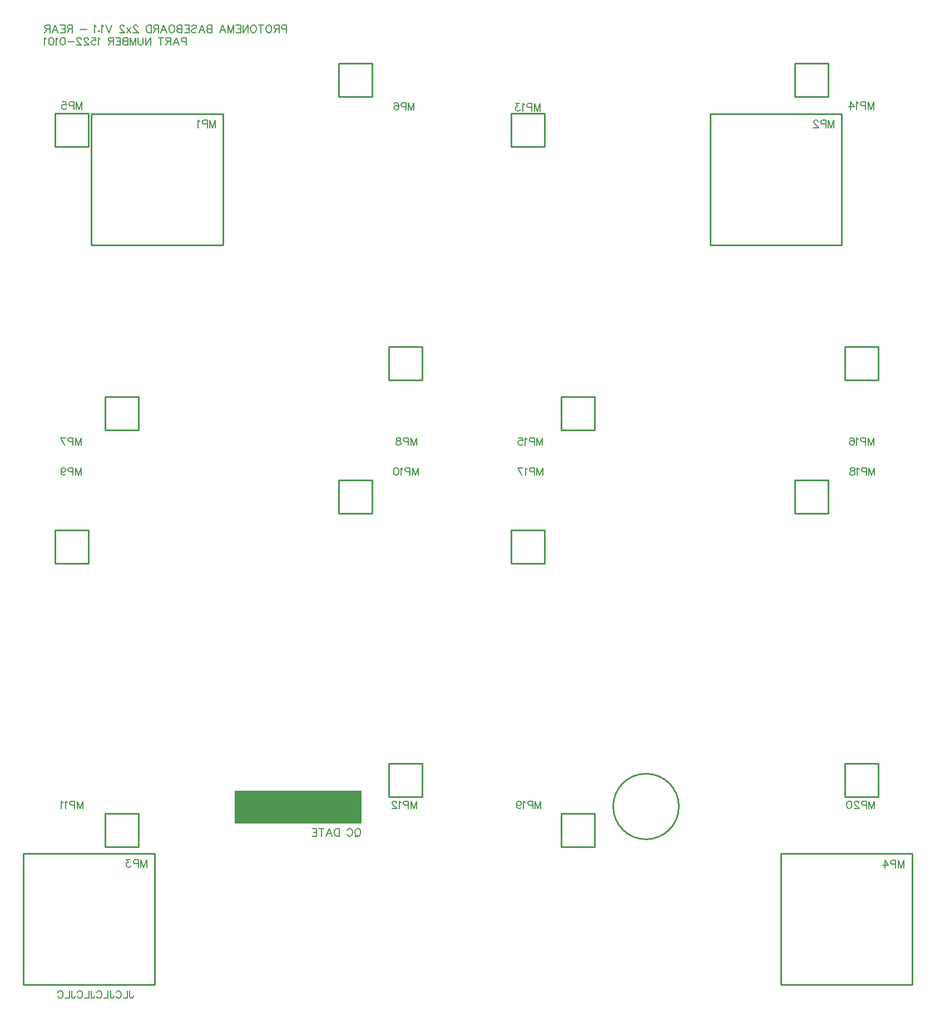
<source format=gbo>
G04 Layer: BottomSilkscreenLayer*
G04 EasyEDA v6.5.22, 2023-04-02 16:23:41*
G04 0d5d065aeb9341cc8506dd620d600087,5a6b42c53f6a479593ecc07194224c93,10*
G04 Gerber Generator version 0.2*
G04 Scale: 100 percent, Rotated: No, Reflected: No *
G04 Dimensions in millimeters *
G04 leading zeros omitted , absolute positions ,4 integer and 5 decimal *
%FSLAX45Y45*%
%MOMM*%

%ADD10C,0.2032*%
%ADD11C,0.1524*%
%ADD12C,0.1520*%
%ADD13C,0.2540*%

%LPD*%
D10*
X8102600Y8782489D02*
G01*
X8102600Y8667945D01*
X8102600Y8782489D02*
G01*
X8058962Y8667945D01*
X8015328Y8782489D02*
G01*
X8058962Y8667945D01*
X8015328Y8782489D02*
G01*
X8015328Y8667945D01*
X7979328Y8782489D02*
G01*
X7979328Y8667945D01*
X7979328Y8782489D02*
G01*
X7930235Y8782489D01*
X7913872Y8777036D01*
X7908419Y8771582D01*
X7902963Y8760673D01*
X7902963Y8744308D01*
X7908419Y8733399D01*
X7913872Y8727945D01*
X7930235Y8722489D01*
X7979328Y8722489D01*
X7790600Y8782489D02*
G01*
X7845145Y8667945D01*
X7866964Y8782489D02*
G01*
X7790600Y8782489D01*
X13208000Y8782489D02*
G01*
X13208000Y8667945D01*
X13208000Y8782489D02*
G01*
X13164362Y8667945D01*
X13120728Y8782489D02*
G01*
X13164362Y8667945D01*
X13120728Y8782489D02*
G01*
X13120728Y8667945D01*
X13084728Y8782489D02*
G01*
X13084728Y8667945D01*
X13084728Y8782489D02*
G01*
X13035635Y8782489D01*
X13019272Y8777036D01*
X13013819Y8771582D01*
X13008363Y8760673D01*
X13008363Y8744308D01*
X13013819Y8733399D01*
X13019272Y8727945D01*
X13035635Y8722489D01*
X13084728Y8722489D01*
X12945092Y8782489D02*
G01*
X12961454Y8777036D01*
X12966910Y8766126D01*
X12966910Y8755217D01*
X12961454Y8744308D01*
X12950545Y8738854D01*
X12928727Y8733399D01*
X12912364Y8727945D01*
X12901455Y8717036D01*
X12896000Y8706126D01*
X12896000Y8689764D01*
X12901455Y8678854D01*
X12906910Y8673399D01*
X12923273Y8667945D01*
X12945092Y8667945D01*
X12961454Y8673399D01*
X12966910Y8678854D01*
X12972364Y8689764D01*
X12972364Y8706126D01*
X12966910Y8717036D01*
X12956000Y8727945D01*
X12939636Y8733399D01*
X12917817Y8738854D01*
X12906910Y8744308D01*
X12901455Y8755217D01*
X12901455Y8766126D01*
X12906910Y8777036D01*
X12923273Y8782489D01*
X12945092Y8782489D01*
X8102600Y8325289D02*
G01*
X8102600Y8210745D01*
X8102600Y8325289D02*
G01*
X8058962Y8210745D01*
X8015328Y8325289D02*
G01*
X8058962Y8210745D01*
X8015328Y8325289D02*
G01*
X8015328Y8210745D01*
X7979328Y8325289D02*
G01*
X7979328Y8210745D01*
X7979328Y8325289D02*
G01*
X7930235Y8325289D01*
X7913872Y8319836D01*
X7908419Y8314382D01*
X7902963Y8303473D01*
X7902963Y8287108D01*
X7908419Y8276198D01*
X7913872Y8270745D01*
X7930235Y8265289D01*
X7979328Y8265289D01*
X7796055Y8287108D02*
G01*
X7801510Y8270745D01*
X7812417Y8259836D01*
X7828782Y8254382D01*
X7834236Y8254382D01*
X7850601Y8259836D01*
X7861510Y8270745D01*
X7866964Y8287108D01*
X7866964Y8292564D01*
X7861510Y8308926D01*
X7850601Y8319836D01*
X7834236Y8325289D01*
X7828782Y8325289D01*
X7812417Y8319836D01*
X7801510Y8308926D01*
X7796055Y8287108D01*
X7796055Y8259836D01*
X7801510Y8232564D01*
X7812417Y8216198D01*
X7828782Y8210745D01*
X7839692Y8210745D01*
X7856054Y8216198D01*
X7861510Y8227108D01*
X13233400Y8325289D02*
G01*
X13233400Y8210745D01*
X13233400Y8325289D02*
G01*
X13189762Y8210745D01*
X13146128Y8325289D02*
G01*
X13189762Y8210745D01*
X13146128Y8325289D02*
G01*
X13146128Y8210745D01*
X13110128Y8325289D02*
G01*
X13110128Y8210745D01*
X13110128Y8325289D02*
G01*
X13061035Y8325289D01*
X13044672Y8319836D01*
X13039219Y8314382D01*
X13033763Y8303473D01*
X13033763Y8287108D01*
X13039219Y8276199D01*
X13044672Y8270745D01*
X13061035Y8265289D01*
X13110128Y8265289D01*
X12997764Y8303473D02*
G01*
X12986854Y8308926D01*
X12970492Y8325289D01*
X12970492Y8210745D01*
X12901764Y8325289D02*
G01*
X12918127Y8319836D01*
X12929036Y8303473D01*
X12934490Y8276199D01*
X12934490Y8259836D01*
X12929036Y8232564D01*
X12918127Y8216199D01*
X12901764Y8210745D01*
X12890855Y8210745D01*
X12874490Y8216199D01*
X12863583Y8232564D01*
X12858127Y8259836D01*
X12858127Y8276199D01*
X12863583Y8303473D01*
X12874490Y8319836D01*
X12890855Y8325289D01*
X12901764Y8325289D01*
X8128000Y3245289D02*
G01*
X8128000Y3130745D01*
X8128000Y3245289D02*
G01*
X8084362Y3130745D01*
X8040728Y3245289D02*
G01*
X8084362Y3130745D01*
X8040728Y3245289D02*
G01*
X8040728Y3130745D01*
X8004728Y3245289D02*
G01*
X8004728Y3130745D01*
X8004728Y3245289D02*
G01*
X7955635Y3245289D01*
X7939272Y3239836D01*
X7933819Y3234382D01*
X7928363Y3223473D01*
X7928363Y3207108D01*
X7933819Y3196198D01*
X7939272Y3190745D01*
X7955635Y3185289D01*
X8004728Y3185289D01*
X7892364Y3223473D02*
G01*
X7881454Y3228926D01*
X7865092Y3245289D01*
X7865092Y3130745D01*
X7829090Y3223473D02*
G01*
X7818183Y3228926D01*
X7801818Y3245289D01*
X7801818Y3130745D01*
X15125700Y8782489D02*
G01*
X15125700Y8667945D01*
X15125700Y8782489D02*
G01*
X15082062Y8667945D01*
X15038428Y8782489D02*
G01*
X15082062Y8667945D01*
X15038428Y8782489D02*
G01*
X15038428Y8667945D01*
X15002428Y8782489D02*
G01*
X15002428Y8667945D01*
X15002428Y8782489D02*
G01*
X14953335Y8782489D01*
X14936972Y8777036D01*
X14931519Y8771582D01*
X14926063Y8760673D01*
X14926063Y8744308D01*
X14931519Y8733399D01*
X14936972Y8727945D01*
X14953335Y8722489D01*
X15002428Y8722489D01*
X14890064Y8760673D02*
G01*
X14879154Y8766126D01*
X14862792Y8782489D01*
X14862792Y8667945D01*
X14761336Y8782489D02*
G01*
X14815883Y8782489D01*
X14821336Y8733399D01*
X14815883Y8738854D01*
X14799518Y8744308D01*
X14783155Y8744308D01*
X14766790Y8738854D01*
X14755883Y8727945D01*
X14750427Y8711582D01*
X14750427Y8700673D01*
X14755883Y8684308D01*
X14766790Y8673399D01*
X14783155Y8667945D01*
X14799518Y8667945D01*
X14815883Y8673399D01*
X14821336Y8678854D01*
X14826790Y8689764D01*
X20167600Y8782489D02*
G01*
X20167600Y8667945D01*
X20167600Y8782489D02*
G01*
X20123962Y8667945D01*
X20080328Y8782489D02*
G01*
X20123962Y8667945D01*
X20080328Y8782489D02*
G01*
X20080328Y8667945D01*
X20044328Y8782489D02*
G01*
X20044328Y8667945D01*
X20044328Y8782489D02*
G01*
X19995235Y8782489D01*
X19978872Y8777036D01*
X19973419Y8771582D01*
X19967963Y8760673D01*
X19967963Y8744308D01*
X19973419Y8733398D01*
X19978872Y8727945D01*
X19995235Y8722489D01*
X20044328Y8722489D01*
X19931964Y8760673D02*
G01*
X19921054Y8766126D01*
X19904692Y8782489D01*
X19904692Y8667945D01*
X19803236Y8766126D02*
G01*
X19808690Y8777036D01*
X19825055Y8782489D01*
X19835964Y8782489D01*
X19852327Y8777036D01*
X19863236Y8760673D01*
X19868690Y8733398D01*
X19868690Y8706126D01*
X19863236Y8684308D01*
X19852327Y8673398D01*
X19835964Y8667945D01*
X19830508Y8667945D01*
X19814146Y8673398D01*
X19803236Y8684308D01*
X19797783Y8700673D01*
X19797783Y8706126D01*
X19803236Y8722489D01*
X19814146Y8733398D01*
X19830508Y8738854D01*
X19835964Y8738854D01*
X19852327Y8733398D01*
X19863236Y8722489D01*
X19868690Y8706126D01*
X15126995Y8325289D02*
G01*
X15126995Y8210745D01*
X15126995Y8325289D02*
G01*
X15083358Y8210745D01*
X15039723Y8325289D02*
G01*
X15083358Y8210745D01*
X15039723Y8325289D02*
G01*
X15039723Y8210745D01*
X15003724Y8325289D02*
G01*
X15003724Y8210745D01*
X15003724Y8325289D02*
G01*
X14954631Y8325289D01*
X14938268Y8319836D01*
X14932814Y8314382D01*
X14927359Y8303473D01*
X14927359Y8287108D01*
X14932814Y8276199D01*
X14938268Y8270745D01*
X14954631Y8265289D01*
X15003724Y8265289D01*
X14891359Y8303473D02*
G01*
X14880450Y8308926D01*
X14864087Y8325289D01*
X14864087Y8210745D01*
X14751723Y8325289D02*
G01*
X14806269Y8210745D01*
X14828085Y8325289D02*
G01*
X14751723Y8325289D01*
X20180300Y8325289D02*
G01*
X20180300Y8210745D01*
X20180300Y8325289D02*
G01*
X20136662Y8210745D01*
X20093028Y8325289D02*
G01*
X20136662Y8210745D01*
X20093028Y8325289D02*
G01*
X20093028Y8210745D01*
X20057028Y8325289D02*
G01*
X20057028Y8210745D01*
X20057028Y8325289D02*
G01*
X20007935Y8325289D01*
X19991572Y8319836D01*
X19986119Y8314382D01*
X19980663Y8303473D01*
X19980663Y8287108D01*
X19986119Y8276198D01*
X19991572Y8270745D01*
X20007935Y8265289D01*
X20057028Y8265289D01*
X19944664Y8303473D02*
G01*
X19933754Y8308926D01*
X19917392Y8325289D01*
X19917392Y8210745D01*
X19854118Y8325289D02*
G01*
X19870483Y8319836D01*
X19875936Y8308926D01*
X19875936Y8298017D01*
X19870483Y8287108D01*
X19859574Y8281654D01*
X19837755Y8276198D01*
X19821390Y8270745D01*
X19810483Y8259836D01*
X19805027Y8248926D01*
X19805027Y8232564D01*
X19810483Y8221654D01*
X19815936Y8216198D01*
X19832299Y8210745D01*
X19854118Y8210745D01*
X19870483Y8216198D01*
X19875936Y8221654D01*
X19881390Y8232564D01*
X19881390Y8248926D01*
X19875936Y8259836D01*
X19865027Y8270745D01*
X19848664Y8276198D01*
X19826846Y8281654D01*
X19815936Y8287108D01*
X19810483Y8298017D01*
X19810483Y8308926D01*
X19815936Y8319836D01*
X19832299Y8325289D01*
X19854118Y8325289D01*
X15100300Y3245289D02*
G01*
X15100300Y3130745D01*
X15100300Y3245289D02*
G01*
X15056662Y3130745D01*
X15013028Y3245289D02*
G01*
X15056662Y3130745D01*
X15013028Y3245289D02*
G01*
X15013028Y3130745D01*
X14977028Y3245289D02*
G01*
X14977028Y3130745D01*
X14977028Y3245289D02*
G01*
X14927935Y3245289D01*
X14911572Y3239836D01*
X14906119Y3234382D01*
X14900663Y3223473D01*
X14900663Y3207108D01*
X14906119Y3196198D01*
X14911572Y3190745D01*
X14927935Y3185289D01*
X14977028Y3185289D01*
X14864664Y3223473D02*
G01*
X14853754Y3228926D01*
X14837392Y3245289D01*
X14837392Y3130745D01*
X14730483Y3207108D02*
G01*
X14735936Y3190745D01*
X14746846Y3179836D01*
X14763208Y3174382D01*
X14768664Y3174382D01*
X14785027Y3179836D01*
X14795936Y3190745D01*
X14801390Y3207108D01*
X14801390Y3212564D01*
X14795936Y3228926D01*
X14785027Y3239836D01*
X14768664Y3245289D01*
X14763208Y3245289D01*
X14746846Y3239836D01*
X14735936Y3228926D01*
X14730483Y3207108D01*
X14730483Y3179836D01*
X14735936Y3152564D01*
X14746846Y3136198D01*
X14763208Y3130745D01*
X14774118Y3130745D01*
X14790483Y3136198D01*
X14795936Y3147108D01*
X20180300Y3245289D02*
G01*
X20180300Y3130745D01*
X20180300Y3245289D02*
G01*
X20136662Y3130745D01*
X20093028Y3245289D02*
G01*
X20136662Y3130745D01*
X20093028Y3245289D02*
G01*
X20093028Y3130745D01*
X20057028Y3245289D02*
G01*
X20057028Y3130745D01*
X20057028Y3245289D02*
G01*
X20007935Y3245289D01*
X19991572Y3239836D01*
X19986119Y3234382D01*
X19980663Y3223473D01*
X19980663Y3207108D01*
X19986119Y3196199D01*
X19991572Y3190745D01*
X20007935Y3185289D01*
X20057028Y3185289D01*
X19939210Y3218017D02*
G01*
X19939210Y3223473D01*
X19933754Y3234382D01*
X19928300Y3239836D01*
X19917392Y3245289D01*
X19895573Y3245289D01*
X19884664Y3239836D01*
X19879210Y3234382D01*
X19873755Y3223473D01*
X19873755Y3212564D01*
X19879210Y3201654D01*
X19890117Y3185289D01*
X19944664Y3130745D01*
X19868300Y3130745D01*
X19799574Y3245289D02*
G01*
X19815936Y3239836D01*
X19826846Y3223473D01*
X19832300Y3196199D01*
X19832300Y3179836D01*
X19826846Y3152564D01*
X19815936Y3136199D01*
X19799574Y3130745D01*
X19788665Y3130745D01*
X19772299Y3136199D01*
X19761390Y3152564D01*
X19755937Y3179836D01*
X19755937Y3196199D01*
X19761390Y3223473D01*
X19772299Y3239836D01*
X19788665Y3245289D01*
X19799574Y3245289D01*
X13208000Y3245289D02*
G01*
X13208000Y3130745D01*
X13208000Y3245289D02*
G01*
X13164362Y3130745D01*
X13120728Y3245289D02*
G01*
X13164362Y3130745D01*
X13120728Y3245289D02*
G01*
X13120728Y3130745D01*
X13084728Y3245289D02*
G01*
X13084728Y3130745D01*
X13084728Y3245289D02*
G01*
X13035635Y3245289D01*
X13019272Y3239836D01*
X13013819Y3234382D01*
X13008363Y3223473D01*
X13008363Y3207108D01*
X13013819Y3196199D01*
X13019272Y3190745D01*
X13035635Y3185289D01*
X13084728Y3185289D01*
X12972364Y3223473D02*
G01*
X12961454Y3228926D01*
X12945092Y3245289D01*
X12945092Y3130745D01*
X12903636Y3218017D02*
G01*
X12903636Y3223473D01*
X12898183Y3234382D01*
X12892727Y3239836D01*
X12881818Y3245289D01*
X12860000Y3245289D01*
X12849090Y3239836D01*
X12843636Y3234382D01*
X12838183Y3223473D01*
X12838183Y3212564D01*
X12843636Y3201654D01*
X12854546Y3185289D01*
X12909090Y3130745D01*
X12832727Y3130745D01*
D11*
X12324372Y2826189D02*
G01*
X12335281Y2820736D01*
X12346190Y2809826D01*
X12351646Y2798917D01*
X12357100Y2782554D01*
X12357100Y2755282D01*
X12351646Y2738917D01*
X12346190Y2728008D01*
X12335281Y2717098D01*
X12324372Y2711645D01*
X12302553Y2711645D01*
X12291646Y2717098D01*
X12280737Y2728008D01*
X12275281Y2738917D01*
X12269828Y2755282D01*
X12269828Y2782554D01*
X12275281Y2798917D01*
X12280737Y2809826D01*
X12291646Y2820736D01*
X12302553Y2826189D01*
X12324372Y2826189D01*
X12308009Y2733464D02*
G01*
X12275281Y2700736D01*
X12152010Y2798917D02*
G01*
X12157463Y2809826D01*
X12168372Y2820736D01*
X12179282Y2826189D01*
X12201100Y2826189D01*
X12212010Y2820736D01*
X12222919Y2809826D01*
X12228372Y2798917D01*
X12233828Y2782554D01*
X12233828Y2755282D01*
X12228372Y2738917D01*
X12222919Y2728008D01*
X12212010Y2717098D01*
X12201100Y2711645D01*
X12179282Y2711645D01*
X12168372Y2717098D01*
X12157463Y2728008D01*
X12152010Y2738917D01*
X12032010Y2826189D02*
G01*
X12032010Y2711645D01*
X12032010Y2826189D02*
G01*
X11993829Y2826189D01*
X11977463Y2820736D01*
X11966554Y2809826D01*
X11961101Y2798917D01*
X11955645Y2782554D01*
X11955645Y2755282D01*
X11961101Y2738917D01*
X11966554Y2728008D01*
X11977463Y2717098D01*
X11993829Y2711645D01*
X12032010Y2711645D01*
X11876011Y2826189D02*
G01*
X11919645Y2711645D01*
X11876011Y2826189D02*
G01*
X11832374Y2711645D01*
X11903283Y2749826D02*
G01*
X11848736Y2749826D01*
X11758190Y2826189D02*
G01*
X11758190Y2711645D01*
X11796374Y2826189D02*
G01*
X11720009Y2826189D01*
X11684010Y2826189D02*
G01*
X11684010Y2711645D01*
X11684010Y2826189D02*
G01*
X11613100Y2826189D01*
X11684010Y2771645D02*
G01*
X11640372Y2771645D01*
X11684010Y2711645D02*
G01*
X11613100Y2711645D01*
D10*
X9098102Y2351184D02*
G01*
X9098102Y2236640D01*
X9098102Y2351184D02*
G01*
X9054465Y2236640D01*
X9010830Y2351184D02*
G01*
X9054465Y2236640D01*
X9010830Y2351184D02*
G01*
X9010830Y2236640D01*
X8974830Y2351184D02*
G01*
X8974830Y2236640D01*
X8974830Y2351184D02*
G01*
X8925737Y2351184D01*
X8909375Y2345730D01*
X8903921Y2340277D01*
X8898465Y2329367D01*
X8898465Y2313002D01*
X8903921Y2302093D01*
X8909375Y2296640D01*
X8925737Y2291184D01*
X8974830Y2291184D01*
X8851557Y2351184D02*
G01*
X8791557Y2351184D01*
X8824285Y2307549D01*
X8807919Y2307549D01*
X8797013Y2302093D01*
X8791557Y2296640D01*
X8786103Y2280277D01*
X8786103Y2269368D01*
X8791557Y2253002D01*
X8802466Y2242093D01*
X8818829Y2236640D01*
X8835194Y2236640D01*
X8851557Y2242093D01*
X8857013Y2247549D01*
X8862466Y2258458D01*
X20624800Y2343589D02*
G01*
X20624800Y2229045D01*
X20624800Y2343589D02*
G01*
X20581162Y2229045D01*
X20537528Y2343589D02*
G01*
X20581162Y2229045D01*
X20537528Y2343589D02*
G01*
X20537528Y2229045D01*
X20501528Y2343589D02*
G01*
X20501528Y2229045D01*
X20501528Y2343589D02*
G01*
X20452435Y2343589D01*
X20436072Y2338136D01*
X20430619Y2332682D01*
X20425163Y2321773D01*
X20425163Y2305408D01*
X20430619Y2294498D01*
X20436072Y2289045D01*
X20452435Y2283589D01*
X20501528Y2283589D01*
X20334617Y2343589D02*
G01*
X20389164Y2267226D01*
X20307345Y2267226D01*
X20334617Y2343589D02*
G01*
X20334617Y2229045D01*
X20167600Y13900589D02*
G01*
X20167600Y13786045D01*
X20167600Y13900589D02*
G01*
X20123962Y13786045D01*
X20080328Y13900589D02*
G01*
X20123962Y13786045D01*
X20080328Y13900589D02*
G01*
X20080328Y13786045D01*
X20044328Y13900589D02*
G01*
X20044328Y13786045D01*
X20044328Y13900589D02*
G01*
X19995235Y13900589D01*
X19978872Y13895136D01*
X19973419Y13889682D01*
X19967963Y13878773D01*
X19967963Y13862408D01*
X19973419Y13851498D01*
X19978872Y13846045D01*
X19995235Y13840589D01*
X20044328Y13840589D01*
X19931964Y13878773D02*
G01*
X19921054Y13884226D01*
X19904692Y13900589D01*
X19904692Y13786045D01*
X19814146Y13900589D02*
G01*
X19868690Y13824226D01*
X19786874Y13824226D01*
X19814146Y13900589D02*
G01*
X19814146Y13786045D01*
X15087600Y13875189D02*
G01*
X15087600Y13760645D01*
X15087600Y13875189D02*
G01*
X15043962Y13760645D01*
X15000328Y13875189D02*
G01*
X15043962Y13760645D01*
X15000328Y13875189D02*
G01*
X15000328Y13760645D01*
X14964328Y13875189D02*
G01*
X14964328Y13760645D01*
X14964328Y13875189D02*
G01*
X14915235Y13875189D01*
X14898872Y13869736D01*
X14893419Y13864282D01*
X14887963Y13853373D01*
X14887963Y13837008D01*
X14893419Y13826098D01*
X14898872Y13820645D01*
X14915235Y13815189D01*
X14964328Y13815189D01*
X14851964Y13853373D02*
G01*
X14841054Y13858826D01*
X14824692Y13875189D01*
X14824692Y13760645D01*
X14777783Y13875189D02*
G01*
X14717783Y13875189D01*
X14750508Y13831554D01*
X14734146Y13831554D01*
X14723236Y13826098D01*
X14717783Y13820645D01*
X14712327Y13804282D01*
X14712327Y13793373D01*
X14717783Y13777008D01*
X14728690Y13766098D01*
X14745055Y13760645D01*
X14761418Y13760645D01*
X14777783Y13766098D01*
X14783236Y13771554D01*
X14788690Y13782464D01*
X13169900Y13887889D02*
G01*
X13169900Y13773345D01*
X13169900Y13887889D02*
G01*
X13126262Y13773345D01*
X13082628Y13887889D02*
G01*
X13126262Y13773345D01*
X13082628Y13887889D02*
G01*
X13082628Y13773345D01*
X13046628Y13887889D02*
G01*
X13046628Y13773345D01*
X13046628Y13887889D02*
G01*
X12997535Y13887889D01*
X12981172Y13882436D01*
X12975719Y13876982D01*
X12970263Y13866073D01*
X12970263Y13849708D01*
X12975719Y13838798D01*
X12981172Y13833345D01*
X12997535Y13827889D01*
X13046628Y13827889D01*
X12868810Y13871526D02*
G01*
X12874264Y13882436D01*
X12890627Y13887889D01*
X12901536Y13887889D01*
X12917901Y13882436D01*
X12928810Y13866073D01*
X12934264Y13838798D01*
X12934264Y13811526D01*
X12928810Y13789708D01*
X12917901Y13778798D01*
X12901536Y13773345D01*
X12896082Y13773345D01*
X12879717Y13778798D01*
X12868810Y13789708D01*
X12863355Y13806073D01*
X12863355Y13811526D01*
X12868810Y13827889D01*
X12879717Y13838798D01*
X12896082Y13844254D01*
X12901536Y13844254D01*
X12917901Y13838798D01*
X12928810Y13827889D01*
X12934264Y13811526D01*
X8115300Y13900589D02*
G01*
X8115300Y13786045D01*
X8115300Y13900589D02*
G01*
X8071662Y13786045D01*
X8028028Y13900589D02*
G01*
X8071662Y13786045D01*
X8028028Y13900589D02*
G01*
X8028028Y13786045D01*
X7992028Y13900589D02*
G01*
X7992028Y13786045D01*
X7992028Y13900589D02*
G01*
X7942935Y13900589D01*
X7926572Y13895136D01*
X7921119Y13889682D01*
X7915663Y13878773D01*
X7915663Y13862408D01*
X7921119Y13851498D01*
X7926572Y13846045D01*
X7942935Y13840589D01*
X7992028Y13840589D01*
X7814210Y13900589D02*
G01*
X7868754Y13900589D01*
X7874210Y13851498D01*
X7868754Y13856954D01*
X7852392Y13862408D01*
X7836027Y13862408D01*
X7819664Y13856954D01*
X7808755Y13846045D01*
X7803301Y13829682D01*
X7803301Y13818773D01*
X7808755Y13802408D01*
X7819664Y13791498D01*
X7836027Y13786045D01*
X7852392Y13786045D01*
X7868754Y13791498D01*
X7874210Y13796954D01*
X7879664Y13807864D01*
X9702800Y14878489D02*
G01*
X9702800Y14763945D01*
X9702800Y14878489D02*
G01*
X9653709Y14878489D01*
X9637346Y14873036D01*
X9631890Y14867582D01*
X9626437Y14856673D01*
X9626437Y14840308D01*
X9631890Y14829399D01*
X9637346Y14823945D01*
X9653709Y14818489D01*
X9702800Y14818489D01*
X9546800Y14878489D02*
G01*
X9590435Y14763945D01*
X9546800Y14878489D02*
G01*
X9503163Y14763945D01*
X9574072Y14802126D02*
G01*
X9519528Y14802126D01*
X9467164Y14878489D02*
G01*
X9467164Y14763945D01*
X9467164Y14878489D02*
G01*
X9418073Y14878489D01*
X9401710Y14873036D01*
X9396255Y14867582D01*
X9390800Y14856673D01*
X9390800Y14845764D01*
X9396255Y14834854D01*
X9401710Y14829399D01*
X9418073Y14823945D01*
X9467164Y14823945D01*
X9428982Y14823945D02*
G01*
X9390800Y14763945D01*
X9316618Y14878489D02*
G01*
X9316618Y14763945D01*
X9354800Y14878489D02*
G01*
X9278437Y14878489D01*
X9158437Y14878489D02*
G01*
X9158437Y14763945D01*
X9158437Y14878489D02*
G01*
X9082074Y14763945D01*
X9082074Y14878489D02*
G01*
X9082074Y14763945D01*
X9046072Y14878489D02*
G01*
X9046072Y14796673D01*
X9040619Y14780308D01*
X9029710Y14769399D01*
X9013347Y14763945D01*
X9002438Y14763945D01*
X8986072Y14769399D01*
X8975166Y14780308D01*
X8969710Y14796673D01*
X8969710Y14878489D01*
X8933710Y14878489D02*
G01*
X8933710Y14763945D01*
X8933710Y14878489D02*
G01*
X8890073Y14763945D01*
X8846438Y14878489D02*
G01*
X8890073Y14763945D01*
X8846438Y14878489D02*
G01*
X8846438Y14763945D01*
X8810437Y14878489D02*
G01*
X8810437Y14763945D01*
X8810437Y14878489D02*
G01*
X8761346Y14878489D01*
X8744983Y14873036D01*
X8739530Y14867582D01*
X8734074Y14856673D01*
X8734074Y14845764D01*
X8739530Y14834854D01*
X8744983Y14829399D01*
X8761346Y14823945D01*
X8810437Y14823945D02*
G01*
X8761346Y14823945D01*
X8744983Y14818489D01*
X8739530Y14813036D01*
X8734074Y14802126D01*
X8734074Y14785764D01*
X8739530Y14774854D01*
X8744983Y14769399D01*
X8761346Y14763945D01*
X8810437Y14763945D01*
X8698075Y14878489D02*
G01*
X8698075Y14763945D01*
X8698075Y14878489D02*
G01*
X8627165Y14878489D01*
X8698075Y14823945D02*
G01*
X8654437Y14823945D01*
X8698075Y14763945D02*
G01*
X8627165Y14763945D01*
X8591166Y14878489D02*
G01*
X8591166Y14763945D01*
X8591166Y14878489D02*
G01*
X8542075Y14878489D01*
X8525710Y14873036D01*
X8520257Y14867582D01*
X8514801Y14856673D01*
X8514801Y14845764D01*
X8520257Y14834854D01*
X8525710Y14829399D01*
X8542075Y14823945D01*
X8591166Y14823945D01*
X8552985Y14823945D02*
G01*
X8514801Y14763945D01*
X8394801Y14856673D02*
G01*
X8383892Y14862126D01*
X8367529Y14878489D01*
X8367529Y14763945D01*
X8266074Y14878489D02*
G01*
X8320620Y14878489D01*
X8326074Y14829399D01*
X8320620Y14834854D01*
X8304258Y14840308D01*
X8287893Y14840308D01*
X8271530Y14834854D01*
X8260621Y14823945D01*
X8255167Y14807582D01*
X8255167Y14796673D01*
X8260621Y14780308D01*
X8271530Y14769399D01*
X8287893Y14763945D01*
X8304258Y14763945D01*
X8320620Y14769399D01*
X8326074Y14774854D01*
X8331530Y14785764D01*
X8213712Y14851217D02*
G01*
X8213712Y14856673D01*
X8208256Y14867582D01*
X8202802Y14873036D01*
X8191893Y14878489D01*
X8170075Y14878489D01*
X8159165Y14873036D01*
X8153712Y14867582D01*
X8148256Y14856673D01*
X8148256Y14845764D01*
X8153712Y14834854D01*
X8164621Y14818489D01*
X8219165Y14763945D01*
X8142803Y14763945D01*
X8101347Y14851217D02*
G01*
X8101347Y14856673D01*
X8095894Y14867582D01*
X8090438Y14873036D01*
X8079531Y14878489D01*
X8057713Y14878489D01*
X8046803Y14873036D01*
X8041347Y14867582D01*
X8035894Y14856673D01*
X8035894Y14845764D01*
X8041347Y14834854D01*
X8052257Y14818489D01*
X8106803Y14763945D01*
X8030438Y14763945D01*
X7994439Y14813036D02*
G01*
X7896258Y14813036D01*
X7827530Y14878489D02*
G01*
X7843893Y14873036D01*
X7854802Y14856673D01*
X7860258Y14829399D01*
X7860258Y14813036D01*
X7854802Y14785764D01*
X7843893Y14769399D01*
X7827530Y14763945D01*
X7816621Y14763945D01*
X7800258Y14769399D01*
X7789349Y14785764D01*
X7783893Y14813036D01*
X7783893Y14829399D01*
X7789349Y14856673D01*
X7800258Y14873036D01*
X7816621Y14878489D01*
X7827530Y14878489D01*
X7747894Y14856673D02*
G01*
X7736984Y14862126D01*
X7720622Y14878489D01*
X7720622Y14763945D01*
X7651894Y14878489D02*
G01*
X7668257Y14873036D01*
X7679166Y14856673D01*
X7684622Y14829399D01*
X7684622Y14813036D01*
X7679166Y14785764D01*
X7668257Y14769399D01*
X7651894Y14763945D01*
X7640985Y14763945D01*
X7624622Y14769399D01*
X7613713Y14785764D01*
X7608257Y14813036D01*
X7608257Y14829399D01*
X7613713Y14856673D01*
X7624622Y14873036D01*
X7640985Y14878489D01*
X7651894Y14878489D01*
X7572258Y14856673D02*
G01*
X7561348Y14862126D01*
X7544986Y14878489D01*
X7544986Y14763945D01*
X11226800Y15068989D02*
G01*
X11226800Y14954445D01*
X11226800Y15068989D02*
G01*
X11177709Y15068989D01*
X11161346Y15063536D01*
X11155890Y15058082D01*
X11150437Y15047173D01*
X11150437Y15030808D01*
X11155890Y15019898D01*
X11161346Y15014445D01*
X11177709Y15008989D01*
X11226800Y15008989D01*
X11114435Y15068989D02*
G01*
X11114435Y14954445D01*
X11114435Y15068989D02*
G01*
X11065344Y15068989D01*
X11048982Y15063536D01*
X11043528Y15058082D01*
X11038072Y15047173D01*
X11038072Y15036264D01*
X11043528Y15025354D01*
X11048982Y15019898D01*
X11065344Y15014445D01*
X11114435Y15014445D01*
X11076254Y15014445D02*
G01*
X11038072Y14954445D01*
X10969345Y15068989D02*
G01*
X10980254Y15063536D01*
X10991164Y15052626D01*
X10996617Y15041717D01*
X11002073Y15025354D01*
X11002073Y14998082D01*
X10996617Y14981717D01*
X10991164Y14970808D01*
X10980254Y14959898D01*
X10969345Y14954445D01*
X10947527Y14954445D01*
X10936617Y14959898D01*
X10925710Y14970808D01*
X10920255Y14981717D01*
X10914801Y14998082D01*
X10914801Y15025354D01*
X10920255Y15041717D01*
X10925710Y15052626D01*
X10936617Y15063536D01*
X10947527Y15068989D01*
X10969345Y15068989D01*
X10840618Y15068989D02*
G01*
X10840618Y14954445D01*
X10878799Y15068989D02*
G01*
X10802437Y15068989D01*
X10733709Y15068989D02*
G01*
X10744619Y15063536D01*
X10755528Y15052626D01*
X10760981Y15041717D01*
X10766437Y15025354D01*
X10766437Y14998082D01*
X10760981Y14981717D01*
X10755528Y14970808D01*
X10744619Y14959898D01*
X10733709Y14954445D01*
X10711891Y14954445D01*
X10700981Y14959898D01*
X10690072Y14970808D01*
X10684619Y14981717D01*
X10679165Y14998082D01*
X10679165Y15025354D01*
X10684619Y15041717D01*
X10690072Y15052626D01*
X10700981Y15063536D01*
X10711891Y15068989D01*
X10733709Y15068989D01*
X10643163Y15068989D02*
G01*
X10643163Y14954445D01*
X10643163Y15068989D02*
G01*
X10566801Y14954445D01*
X10566801Y15068989D02*
G01*
X10566801Y14954445D01*
X10530801Y15068989D02*
G01*
X10530801Y14954445D01*
X10530801Y15068989D02*
G01*
X10459892Y15068989D01*
X10530801Y15014445D02*
G01*
X10487164Y15014445D01*
X10530801Y14954445D02*
G01*
X10459892Y14954445D01*
X10423893Y15068989D02*
G01*
X10423893Y14954445D01*
X10423893Y15068989D02*
G01*
X10380256Y14954445D01*
X10336618Y15068989D02*
G01*
X10380256Y14954445D01*
X10336618Y15068989D02*
G01*
X10336618Y14954445D01*
X10256984Y15068989D02*
G01*
X10300619Y14954445D01*
X10256984Y15068989D02*
G01*
X10213347Y14954445D01*
X10284256Y14992626D02*
G01*
X10229710Y14992626D01*
X10093347Y15068989D02*
G01*
X10093347Y14954445D01*
X10093347Y15068989D02*
G01*
X10044257Y15068989D01*
X10027892Y15063536D01*
X10022438Y15058082D01*
X10016985Y15047173D01*
X10016985Y15036264D01*
X10022438Y15025354D01*
X10027892Y15019898D01*
X10044257Y15014445D01*
X10093347Y15014445D02*
G01*
X10044257Y15014445D01*
X10027892Y15008989D01*
X10022438Y15003536D01*
X10016985Y14992626D01*
X10016985Y14976264D01*
X10022438Y14965354D01*
X10027892Y14959898D01*
X10044257Y14954445D01*
X10093347Y14954445D01*
X9937348Y15068989D02*
G01*
X9980983Y14954445D01*
X9937348Y15068989D02*
G01*
X9893711Y14954445D01*
X9964620Y14992626D02*
G01*
X9910074Y14992626D01*
X9781349Y15052626D02*
G01*
X9792256Y15063536D01*
X9808621Y15068989D01*
X9830440Y15068989D01*
X9846802Y15063536D01*
X9857712Y15052626D01*
X9857712Y15041717D01*
X9852256Y15030808D01*
X9846802Y15025354D01*
X9835893Y15019898D01*
X9803165Y15008989D01*
X9792256Y15003536D01*
X9786802Y14998082D01*
X9781349Y14987173D01*
X9781349Y14970808D01*
X9792256Y14959898D01*
X9808621Y14954445D01*
X9830440Y14954445D01*
X9846802Y14959898D01*
X9857712Y14970808D01*
X9745347Y15068989D02*
G01*
X9745347Y14954445D01*
X9745347Y15068989D02*
G01*
X9674438Y15068989D01*
X9745347Y15014445D02*
G01*
X9701712Y15014445D01*
X9745347Y14954445D02*
G01*
X9674438Y14954445D01*
X9638438Y15068989D02*
G01*
X9638438Y14954445D01*
X9638438Y15068989D02*
G01*
X9589348Y15068989D01*
X9572985Y15063536D01*
X9567529Y15058082D01*
X9562076Y15047173D01*
X9562076Y15036264D01*
X9567529Y15025354D01*
X9572985Y15019898D01*
X9589348Y15014445D01*
X9638438Y15014445D02*
G01*
X9589348Y15014445D01*
X9572985Y15008989D01*
X9567529Y15003536D01*
X9562076Y14992626D01*
X9562076Y14976264D01*
X9567529Y14965354D01*
X9572985Y14959898D01*
X9589348Y14954445D01*
X9638438Y14954445D01*
X9493349Y15068989D02*
G01*
X9504258Y15063536D01*
X9515167Y15052626D01*
X9520621Y15041717D01*
X9526076Y15025354D01*
X9526076Y14998082D01*
X9520621Y14981717D01*
X9515167Y14970808D01*
X9504258Y14959898D01*
X9493349Y14954445D01*
X9471530Y14954445D01*
X9460621Y14959898D01*
X9449711Y14970808D01*
X9444258Y14981717D01*
X9438802Y14998082D01*
X9438802Y15025354D01*
X9444258Y15041717D01*
X9449711Y15052626D01*
X9460621Y15063536D01*
X9471530Y15068989D01*
X9493349Y15068989D01*
X9359168Y15068989D02*
G01*
X9402803Y14954445D01*
X9359168Y15068989D02*
G01*
X9315531Y14954445D01*
X9386440Y14992626D02*
G01*
X9331893Y14992626D01*
X9279531Y15068989D02*
G01*
X9279531Y14954445D01*
X9279531Y15068989D02*
G01*
X9230441Y15068989D01*
X9214076Y15063536D01*
X9208622Y15058082D01*
X9203166Y15047173D01*
X9203166Y15036264D01*
X9208622Y15025354D01*
X9214076Y15019898D01*
X9230441Y15014445D01*
X9279531Y15014445D01*
X9241350Y15014445D02*
G01*
X9203166Y14954445D01*
X9167167Y15068989D02*
G01*
X9167167Y14954445D01*
X9167167Y15068989D02*
G01*
X9128986Y15068989D01*
X9112623Y15063536D01*
X9101714Y15052626D01*
X9096258Y15041717D01*
X9090804Y15025354D01*
X9090804Y14998082D01*
X9096258Y14981717D01*
X9101714Y14970808D01*
X9112623Y14959898D01*
X9128986Y14954445D01*
X9167167Y14954445D01*
X8965349Y15041717D02*
G01*
X8965349Y15047173D01*
X8959895Y15058082D01*
X8954439Y15063536D01*
X8943533Y15068989D01*
X8921714Y15068989D01*
X8910805Y15063536D01*
X8905349Y15058082D01*
X8899895Y15047173D01*
X8899895Y15036264D01*
X8905349Y15025354D01*
X8916258Y15008989D01*
X8970805Y14954445D01*
X8894439Y14954445D01*
X8858440Y15030808D02*
G01*
X8798440Y14954445D01*
X8798440Y15030808D02*
G01*
X8858440Y14954445D01*
X8756987Y15041717D02*
G01*
X8756987Y15047173D01*
X8751531Y15058082D01*
X8746078Y15063536D01*
X8735169Y15068989D01*
X8713350Y15068989D01*
X8702441Y15063536D01*
X8696987Y15058082D01*
X8691532Y15047173D01*
X8691532Y15036264D01*
X8696987Y15025354D01*
X8707894Y15008989D01*
X8762441Y14954445D01*
X8686078Y14954445D01*
X8566078Y15068989D02*
G01*
X8522441Y14954445D01*
X8478804Y15068989D02*
G01*
X8522441Y14954445D01*
X8442805Y15047173D02*
G01*
X8431895Y15052626D01*
X8415533Y15068989D01*
X8415533Y14954445D01*
X8374077Y14981717D02*
G01*
X8379533Y14976264D01*
X8374077Y14970808D01*
X8368624Y14976264D01*
X8374077Y14981717D01*
X8332624Y15047173D02*
G01*
X8321715Y15052626D01*
X8305350Y15068989D01*
X8305350Y14954445D01*
X8185350Y15003536D02*
G01*
X8087169Y15003536D01*
X7967169Y15068989D02*
G01*
X7967169Y14954445D01*
X7967169Y15068989D02*
G01*
X7918079Y15068989D01*
X7901716Y15063536D01*
X7896260Y15058082D01*
X7890807Y15047173D01*
X7890807Y15036264D01*
X7896260Y15025354D01*
X7901716Y15019898D01*
X7918079Y15014445D01*
X7967169Y15014445D01*
X7928988Y15014445D02*
G01*
X7890807Y14954445D01*
X7854807Y15068989D02*
G01*
X7854807Y14954445D01*
X7854807Y15068989D02*
G01*
X7783898Y15068989D01*
X7854807Y15014445D02*
G01*
X7811170Y15014445D01*
X7854807Y14954445D02*
G01*
X7783898Y14954445D01*
X7704261Y15068989D02*
G01*
X7747896Y14954445D01*
X7704261Y15068989D02*
G01*
X7660624Y14954445D01*
X7731533Y14992626D02*
G01*
X7676989Y14992626D01*
X7624625Y15068989D02*
G01*
X7624625Y14954445D01*
X7624625Y15068989D02*
G01*
X7575534Y15068989D01*
X7559172Y15063536D01*
X7553716Y15058082D01*
X7548262Y15047173D01*
X7548262Y15036264D01*
X7553716Y15025354D01*
X7559172Y15019898D01*
X7575534Y15014445D01*
X7624625Y15014445D01*
X7586444Y15014445D02*
G01*
X7548262Y14954445D01*
X10144099Y13620788D02*
G01*
X10144099Y13506244D01*
X10144099Y13620788D02*
G01*
X10100462Y13506244D01*
X10056827Y13620788D02*
G01*
X10100462Y13506244D01*
X10056827Y13620788D02*
G01*
X10056827Y13506244D01*
X10020828Y13620788D02*
G01*
X10020828Y13506244D01*
X10020828Y13620788D02*
G01*
X9971735Y13620788D01*
X9955372Y13615334D01*
X9949919Y13609881D01*
X9944463Y13598972D01*
X9944463Y13582606D01*
X9949919Y13571697D01*
X9955372Y13566244D01*
X9971735Y13560788D01*
X10020828Y13560788D01*
X9908463Y13598972D02*
G01*
X9897554Y13604425D01*
X9881191Y13620788D01*
X9881191Y13506244D01*
X19561200Y13620788D02*
G01*
X19561200Y13506244D01*
X19561200Y13620788D02*
G01*
X19517563Y13506244D01*
X19473928Y13620788D02*
G01*
X19517563Y13506244D01*
X19473928Y13620788D02*
G01*
X19473928Y13506244D01*
X19437929Y13620788D02*
G01*
X19437929Y13506244D01*
X19437929Y13620788D02*
G01*
X19388836Y13620788D01*
X19372473Y13615334D01*
X19367019Y13609881D01*
X19361564Y13598972D01*
X19361564Y13582606D01*
X19367019Y13571697D01*
X19372473Y13566244D01*
X19388836Y13560788D01*
X19437929Y13560788D01*
X19320111Y13593516D02*
G01*
X19320111Y13598972D01*
X19314655Y13609881D01*
X19309201Y13615334D01*
X19298292Y13620788D01*
X19276474Y13620788D01*
X19265564Y13615334D01*
X19260111Y13609881D01*
X19254655Y13598972D01*
X19254655Y13588062D01*
X19260111Y13577153D01*
X19271018Y13560788D01*
X19325564Y13506244D01*
X19249202Y13506244D01*
D12*
X8842941Y351536D02*
G01*
X8842941Y268409D01*
X8848138Y252821D01*
X8853332Y247627D01*
X8863723Y242432D01*
X8874114Y242432D01*
X8884505Y247627D01*
X8889702Y252821D01*
X8894897Y268409D01*
X8894897Y278800D01*
X8808651Y351536D02*
G01*
X8808651Y242432D01*
X8808651Y242432D02*
G01*
X8746307Y242432D01*
X8634084Y325559D02*
G01*
X8639281Y335950D01*
X8649672Y346341D01*
X8660061Y351536D01*
X8680843Y351536D01*
X8691234Y346341D01*
X8701625Y335950D01*
X8706822Y325559D01*
X8712017Y309971D01*
X8712017Y283994D01*
X8706822Y268409D01*
X8701625Y258018D01*
X8691234Y247627D01*
X8680843Y242432D01*
X8660061Y242432D01*
X8649672Y247627D01*
X8639281Y258018D01*
X8634084Y268409D01*
X8547841Y351536D02*
G01*
X8547841Y268409D01*
X8553035Y252821D01*
X8558232Y247627D01*
X8568621Y242432D01*
X8579012Y242432D01*
X8589403Y247627D01*
X8594600Y252821D01*
X8599794Y268409D01*
X8599794Y278800D01*
X8513551Y351536D02*
G01*
X8513551Y242432D01*
X8513551Y242432D02*
G01*
X8451204Y242432D01*
X8338982Y325559D02*
G01*
X8344179Y335950D01*
X8354570Y346341D01*
X8364961Y351536D01*
X8385741Y351536D01*
X8396132Y346341D01*
X8406523Y335950D01*
X8411720Y325559D01*
X8416914Y309971D01*
X8416914Y283994D01*
X8411720Y268409D01*
X8406523Y258018D01*
X8396132Y247627D01*
X8385741Y242432D01*
X8364961Y242432D01*
X8354570Y247627D01*
X8344179Y258018D01*
X8338982Y268409D01*
X8252739Y351536D02*
G01*
X8252739Y268409D01*
X8257933Y252821D01*
X8263130Y247627D01*
X8273521Y242432D01*
X8283912Y242432D01*
X8294301Y247627D01*
X8299498Y252821D01*
X8304692Y268409D01*
X8304692Y278800D01*
X8218449Y351536D02*
G01*
X8218449Y242432D01*
X8218449Y242432D02*
G01*
X8156102Y242432D01*
X8043882Y325559D02*
G01*
X8049077Y335950D01*
X8059468Y346341D01*
X8069859Y351536D01*
X8090641Y351536D01*
X8101032Y346341D01*
X8111421Y335950D01*
X8116618Y325559D01*
X8121812Y309971D01*
X8121812Y283994D01*
X8116618Y268409D01*
X8111421Y258018D01*
X8101032Y247627D01*
X8090641Y242432D01*
X8069859Y242432D01*
X8059468Y247627D01*
X8049077Y258018D01*
X8043882Y268409D01*
X7957637Y351536D02*
G01*
X7957637Y268409D01*
X7962831Y252821D01*
X7968028Y247627D01*
X7978419Y242432D01*
X7988810Y242432D01*
X7999201Y247627D01*
X8004395Y252821D01*
X8009592Y268409D01*
X8009592Y278800D01*
X7923347Y351536D02*
G01*
X7923347Y242432D01*
X7923347Y242432D02*
G01*
X7861002Y242432D01*
X7748780Y325559D02*
G01*
X7753974Y335950D01*
X7764365Y346341D01*
X7774757Y351536D01*
X7795539Y351536D01*
X7805930Y346341D01*
X7816321Y335950D01*
X7821515Y325559D01*
X7826712Y309971D01*
X7826712Y283994D01*
X7821515Y268409D01*
X7816321Y258018D01*
X7805930Y247627D01*
X7795539Y242432D01*
X7774757Y242432D01*
X7764365Y247627D01*
X7753974Y258018D01*
X7748780Y268409D01*
D13*
G75*
G01
X17200499Y3162300D02*
G03X17200499Y3162300I-499999J0D01*
X12021997Y8133105D02*
G01*
X12529997Y8133105D01*
X12529997Y7625105D01*
X12021997Y7625105D01*
X12021997Y8133105D01*
X18966103Y8133105D02*
G01*
X19474103Y8133105D01*
X19474103Y7625105D01*
X18966103Y7625105D01*
X18966103Y8133105D01*
X7703997Y7371105D02*
G01*
X8211997Y7371105D01*
X8211997Y6863105D01*
X7703997Y6863105D01*
X7703997Y7371105D01*
X7703997Y13721105D02*
G01*
X8211997Y13721105D01*
X8211997Y13213105D01*
X7703997Y13213105D01*
X7703997Y13721105D01*
X14648103Y7371105D02*
G01*
X15156103Y7371105D01*
X15156103Y6863105D01*
X14648103Y6863105D01*
X14648103Y7371105D01*
X14648103Y13721105D02*
G01*
X15156103Y13721105D01*
X15156103Y13213105D01*
X14648103Y13213105D01*
X14648103Y13721105D01*
X8465997Y3053105D02*
G01*
X8973997Y3053105D01*
X8973997Y2545105D01*
X8465997Y2545105D01*
X8465997Y3053105D01*
X8465997Y9403105D02*
G01*
X8973997Y9403105D01*
X8973997Y8895105D01*
X8465997Y8895105D01*
X8465997Y9403105D01*
X15410103Y3053105D02*
G01*
X15918103Y3053105D01*
X15918103Y2545105D01*
X15410103Y2545105D01*
X15410103Y3053105D01*
X15410103Y9403105D02*
G01*
X15918103Y9403105D01*
X15918103Y8895105D01*
X15410103Y8895105D01*
X15410103Y9403105D01*
X12783997Y3815105D02*
G01*
X13291997Y3815105D01*
X13291997Y3307105D01*
X12783997Y3307105D01*
X12783997Y3815105D01*
X19728103Y3815105D02*
G01*
X20236103Y3815105D01*
X20236103Y3307105D01*
X19728103Y3307105D01*
X19728103Y3815105D01*
X19728103Y10165105D02*
G01*
X20236103Y10165105D01*
X20236103Y9657105D01*
X19728103Y9657105D01*
X19728103Y10165105D01*
X12783997Y10165105D02*
G01*
X13291997Y10165105D01*
X13291997Y9657105D01*
X12783997Y9657105D01*
X12783997Y10165105D01*
G36*
X10436225Y3399586D02*
G01*
X12372975Y3399586D01*
X12372975Y2899587D01*
X10436225Y2899587D01*
G37*
X18750102Y2446096D02*
G01*
X20750098Y2446096D01*
X20750098Y446100D01*
X18750102Y446100D01*
X18750102Y2446096D01*
X7218502Y2446096D02*
G01*
X9218498Y2446096D01*
X9218498Y446100D01*
X7218502Y446100D01*
X7218502Y2446096D01*
X18966103Y14483105D02*
G01*
X19474103Y14483105D01*
X19474103Y13975105D01*
X18966103Y13975105D01*
X18966103Y14483105D01*
X12021997Y14483105D02*
G01*
X12529997Y14483105D01*
X12529997Y13975105D01*
X12021997Y13975105D01*
X12021997Y14483105D01*
X8258505Y13719149D02*
G01*
X10258501Y13719149D01*
X10258501Y11719153D01*
X8258505Y11719153D01*
X8258505Y13719149D01*
X17675606Y13719149D02*
G01*
X19675602Y13719149D01*
X19675602Y11719153D01*
X17675606Y11719153D01*
X17675606Y13719149D01*
M02*

</source>
